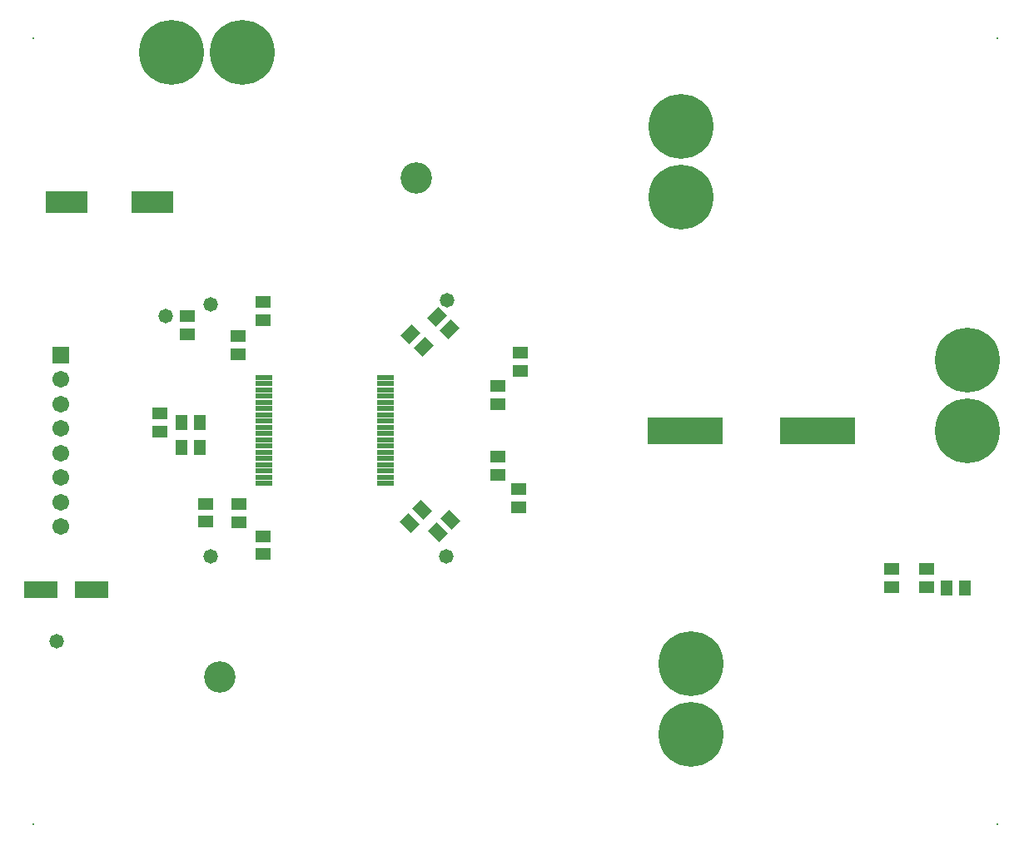
<source format=gts>
G04*
G04 #@! TF.GenerationSoftware,Altium Limited,Altium Designer,20.0.12 (288)*
G04*
G04 Layer_Color=8388736*
%FSLAX25Y25*%
%MOIN*%
G70*
G01*
G75*
%ADD25R,0.06509X0.02375*%
%ADD26R,0.04934X0.05918*%
%ADD27R,0.05918X0.04934*%
G04:AMPARAMS|DCode=28|XSize=63.12mil|YSize=49.34mil|CornerRadius=0mil|HoleSize=0mil|Usage=FLASHONLY|Rotation=135.000|XOffset=0mil|YOffset=0mil|HoleType=Round|Shape=Rectangle|*
%AMROTATEDRECTD28*
4,1,4,0.03976,-0.00487,0.00487,-0.03976,-0.03976,0.00487,-0.00487,0.03976,0.03976,-0.00487,0.0*
%
%ADD28ROTATEDRECTD28*%

%ADD29R,0.06312X0.04934*%
%ADD30R,0.13398X0.07099*%
%ADD31R,0.04934X0.06312*%
G04:AMPARAMS|DCode=32|XSize=63.12mil|YSize=49.34mil|CornerRadius=0mil|HoleSize=0mil|Usage=FLASHONLY|Rotation=45.000|XOffset=0mil|YOffset=0mil|HoleType=Round|Shape=Rectangle|*
%AMROTATEDRECTD32*
4,1,4,-0.00487,-0.03976,-0.03976,-0.00487,0.00487,0.03976,0.03976,0.00487,-0.00487,-0.03976,0.0*
%
%ADD32ROTATEDRECTD32*%

%ADD33R,0.30328X0.10642*%
%ADD34R,0.16942X0.08674*%
%ADD35R,0.06706X0.06706*%
%ADD36C,0.06706*%
%ADD37C,0.25997*%
%ADD38C,0.12611*%
%ADD39C,0.00800*%
%ADD40C,0.05800*%
D25*
X160630Y156122D02*
D03*
Y158622D02*
D03*
Y161122D02*
D03*
Y163622D02*
D03*
Y166122D02*
D03*
Y168622D02*
D03*
Y171122D02*
D03*
Y173622D02*
D03*
Y176122D02*
D03*
Y178622D02*
D03*
Y181122D02*
D03*
Y183622D02*
D03*
Y186122D02*
D03*
Y188622D02*
D03*
Y191122D02*
D03*
Y193622D02*
D03*
Y196122D02*
D03*
Y198622D02*
D03*
X111811Y156122D02*
D03*
Y158622D02*
D03*
Y161122D02*
D03*
Y163622D02*
D03*
Y166122D02*
D03*
Y168622D02*
D03*
Y171122D02*
D03*
Y173622D02*
D03*
Y176122D02*
D03*
Y178622D02*
D03*
Y181122D02*
D03*
Y183622D02*
D03*
Y186122D02*
D03*
Y188622D02*
D03*
Y191122D02*
D03*
Y193622D02*
D03*
Y196122D02*
D03*
Y198622D02*
D03*
D26*
X86221Y180709D02*
D03*
X78937D02*
D03*
D27*
X70177Y184252D02*
D03*
Y176969D02*
D03*
X377165Y121851D02*
D03*
Y114567D02*
D03*
D28*
X181578Y136401D02*
D03*
X186729Y141551D02*
D03*
X170260Y140338D02*
D03*
X175410Y145489D02*
D03*
D29*
X101969Y147835D02*
D03*
Y140551D02*
D03*
X88681Y148031D02*
D03*
Y140748D02*
D03*
X213976Y153937D02*
D03*
Y146654D02*
D03*
X205512Y159547D02*
D03*
Y166831D02*
D03*
X111614Y127756D02*
D03*
Y135039D02*
D03*
X205610Y195177D02*
D03*
Y187894D02*
D03*
X111516Y228937D02*
D03*
Y221654D02*
D03*
X214567Y201181D02*
D03*
Y208465D02*
D03*
X101575Y215059D02*
D03*
Y207776D02*
D03*
X363386Y114567D02*
D03*
Y121850D02*
D03*
X81339Y223110D02*
D03*
Y215827D02*
D03*
D30*
X22736Y113681D02*
D03*
X42815D02*
D03*
D31*
X86221Y170472D02*
D03*
X78937D02*
D03*
X385236Y114173D02*
D03*
X392520D02*
D03*
D32*
X170653Y215961D02*
D03*
X175803Y210811D02*
D03*
X186433Y217897D02*
D03*
X181283Y223047D02*
D03*
D33*
X333661Y177165D02*
D03*
X280512D02*
D03*
D34*
X67224Y268799D02*
D03*
X32972D02*
D03*
D35*
X30709Y207677D02*
D03*
D36*
Y197835D02*
D03*
Y187992D02*
D03*
Y178150D02*
D03*
Y168307D02*
D03*
Y158465D02*
D03*
Y148622D02*
D03*
Y138779D02*
D03*
D37*
X282776Y83957D02*
D03*
Y55610D02*
D03*
X278839Y299114D02*
D03*
Y270768D02*
D03*
X393701Y205512D02*
D03*
Y177165D02*
D03*
X74803Y328740D02*
D03*
X103150D02*
D03*
D38*
X94114Y78642D02*
D03*
X172933Y278642D02*
D03*
D39*
X405512Y334646D02*
D03*
X19685D02*
D03*
Y19685D02*
D03*
X405512D02*
D03*
D40*
X184941Y126772D02*
D03*
X185138Y229528D02*
D03*
X72677Y223110D02*
D03*
X90551Y227972D02*
D03*
X28937Y92913D02*
D03*
X90551Y126772D02*
D03*
M02*

</source>
